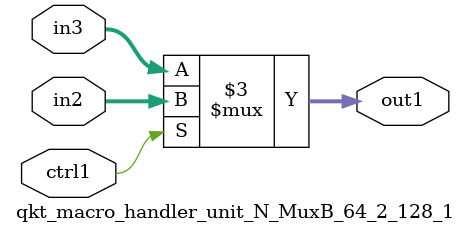
<source format=v>

`timescale 1ps / 1ps


module qkt_macro_handler_unit_N_MuxB_64_2_128_1( in3, in2, ctrl1, out1 );

    input [63:0] in3;
    input [63:0] in2;
    input ctrl1;
    output [63:0] out1;
    reg [63:0] out1;

    
    // rtl_process:qkt_macro_handler_unit_N_MuxB_64_2_128_1/qkt_macro_handler_unit_N_MuxB_64_2_128_1_thread_1
    always @*
      begin : qkt_macro_handler_unit_N_MuxB_64_2_128_1_thread_1
        case (ctrl1) 
          1'b1: 
            begin
              out1 = in2;
            end
          default: 
            begin
              out1 = in3;
            end
        endcase
      end

endmodule


</source>
